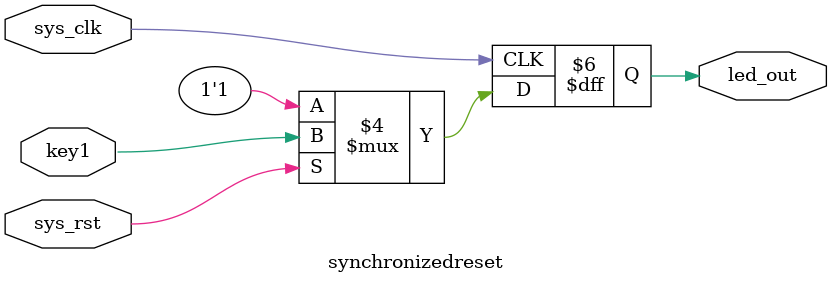
<source format=v>
module synchronizedreset
(
input wire sys_rst,
input wire key1,
input wire sys_clk,

output reg led_out
);

always@(negedge sys_clk)
if(!sys_rst)
led_out <=1'b1;
else
led_out<=key1;

endmodule
</source>
